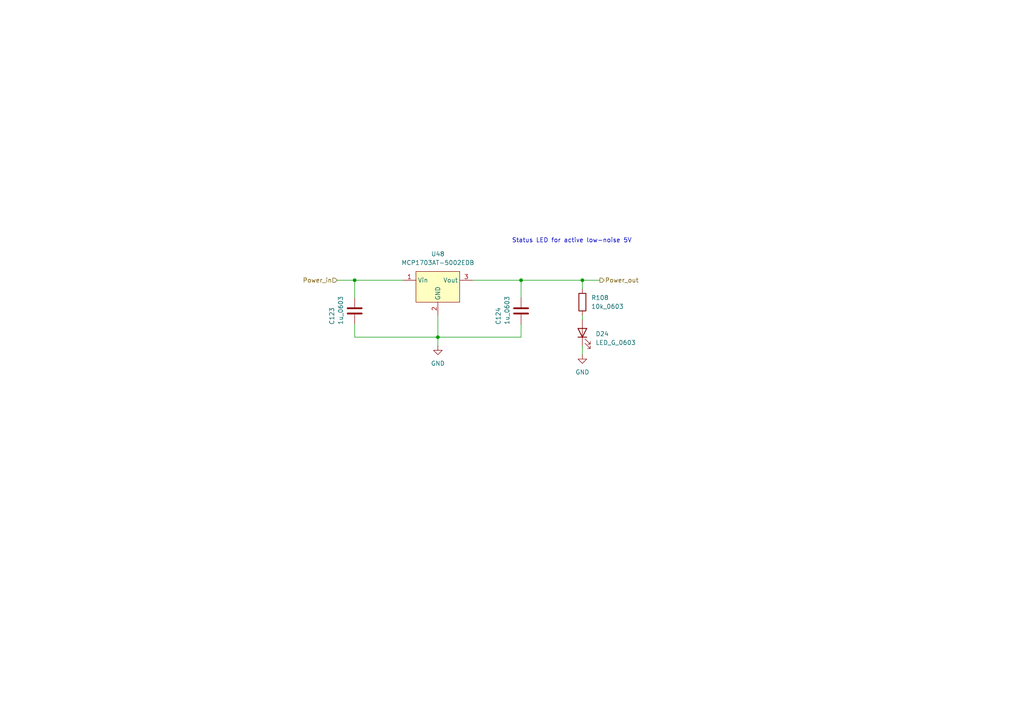
<source format=kicad_sch>
(kicad_sch (version 20250114) (generator "eeschema") (generator_version "9.0")
  (paper "A4")
  (lib_symbols
    (symbol "MYLIB_Misc:MCP1703AT_5002"
      (property "Reference" "U" (at 0 6.604 0))
      (property "Value" "MCP1703AT-5002EDB" (at 0 4.318 0))
      (symbol "MCP1703AT_5002_1_1"
        (rectangle (start -6.35 2.54) (end 6.35 -6.35) (fill (type background)))
        (pin power_in line (at -10.16 0 0) (length 3.81) (name "Vin") (number "1"))
        (pin power_in line (at 0 -10.16 90) (length 3.81) (name "GND") (number "2"))
        (pin power_in line (at 0 -10.16 90) (length 3.81) (hide yes) (name "GND") (number "4"))
        (pin power_out line (at 10.16 0 180) (length 3.81) (name "Vout") (number "3"))
      )
    )
    (symbol "WLIB_C:1u_0603" (pin_numbers (hide yes)) (pin_names (offset 0.254))
      (property "Reference" "C" (at 0.635 2.54 0))
      (property "Value" "1u_0603" (at 0.635 -2.54 0))
      (symbol "1u_0603_0_1"
        (polyline (pts (xy -2.032 0.762) (xy 2.032 0.762)) (stroke (width 0.508)))
        (polyline (pts (xy -2.032 -0.762) (xy 2.032 -0.762)) (stroke (width 0.508)))
      )
      (symbol "1u_0603_1_1"
        (pin passive line (at 0 3.81 270) (length 2.794) (name "~") (number "1"))
        (pin passive line (at 0 -3.81 90) (length 2.794) (name "~") (number "2"))
      )
    )
    (symbol "WLIB_D:LED_G_0603" (pin_numbers (hide yes)) (pin_names (offset 1.016) (hide yes))
      (property "Reference" "D" (at 0 2.54 0))
      (property "Value" "LED_G_0603" (at 0 -3.81 0))
      (symbol "LED_G_0603_0_1"
        (polyline (pts (xy -3.048 -0.762) (xy -4.572 -2.286) (xy -3.81 -2.286) (xy -4.572 -2.286) (xy -4.572 -1.524)))
        (polyline (pts (xy -1.778 -0.762) (xy -3.302 -2.286) (xy -2.54 -2.286) (xy -3.302 -2.286) (xy -3.302 -1.524)))
        (polyline (pts (xy -1.27 0) (xy 1.27 0)))
        (polyline (pts (xy -1.27 -1.27) (xy -1.27 1.27)) (stroke (width 0.254)))
        (polyline (pts (xy 1.27 -1.27) (xy 1.27 1.27) (xy -1.27 0) (xy 1.27 -1.27)) (stroke (width 0.254)))
      )
      (symbol "LED_G_0603_1_1"
        (pin passive line (at -3.81 0 0) (length 2.54) (name "K") (number "1"))
        (pin passive line (at 3.81 0 180) (length 2.54) (name "A") (number "2"))
      )
    )
    (symbol "WLIB_R:10k_0603" (pin_numbers (hide yes)) (pin_names (offset 0))
      (property "Reference" "R" (at 2.032 0 90))
      (property "Value" "10k_0603" (at -2.54 0 90))
      (symbol "10k_0603_0_1"
        (rectangle (start -1.016 -2.54) (end 1.016 2.54) (stroke (width 0.254)))
      )
      (symbol "10k_0603_1_1"
        (pin passive line (at 0 3.81 270) (length 1.27) (name "~") (number "1"))
        (pin passive line (at 0 -3.81 90) (length 1.27) (name "~") (number "2"))
      )
    )
    (symbol "power:GND" (power) (pin_numbers (hide yes)) (pin_names (offset 0) (hide yes))
      (property "Value" "GND" (at 0 -3.81 0))
      (symbol "GND_0_1"
        (polyline (pts (xy 0 0) (xy 0 -1.27) (xy 1.27 -1.27) (xy 0 -2.54) (xy -1.27 -1.27) (xy 0 -1.27)))
      )
      (symbol "GND_1_1"
        (pin power_in line (at 0 0 270) (length 0) (name "~") (number "1"))
      )
    )
  )
  (text "Status LED for active low-noise 5V" (at 165.862 69.85 0) (effects (font (size 1.27 1.27))))
  (junction (at 168.91 81.28))
  (junction (at 151.13 81.28))
  (junction (at 102.87 81.28))
  (junction (at 127 97.79))
  (wire (pts (xy 168.91 83.82) (xy 168.91 81.28)))
  (wire (pts (xy 168.91 81.28) (xy 173.99 81.28)))
  (wire (pts (xy 168.91 100.33) (xy 168.91 102.87)))
  (wire (pts (xy 102.87 97.79) (xy 102.87 93.98)))
  (wire (pts (xy 102.87 81.28) (xy 102.87 86.36)))
  (wire (pts (xy 137.16 81.28) (xy 151.13 81.28)))
  (wire (pts (xy 151.13 93.98) (xy 151.13 97.79)))
  (wire (pts (xy 151.13 81.28) (xy 151.13 86.36)))
  (wire (pts (xy 102.87 81.28) (xy 116.84 81.28)))
  (wire (pts (xy 127 97.79) (xy 127 100.33)))
  (wire (pts (xy 151.13 81.28) (xy 168.91 81.28)))
  (wire (pts (xy 102.87 97.79) (xy 127 97.79)))
  (wire (pts (xy 151.13 97.79) (xy 127 97.79)))
  (wire (pts (xy 97.79 81.28) (xy 102.87 81.28)))
  (wire (pts (xy 168.91 91.44) (xy 168.91 92.71)))
  (wire (pts (xy 127 91.44) (xy 127 97.79)))
  (hierarchical_label "Power_in" (shape input) (at 97.79 81.28 180))
  (hierarchical_label "Power_out" (shape output) (at 173.99 81.28 0))
  (symbol (lib_id "MYLIB_Misc:MCP1703AT_5002") (at 127 81.28 0) (unit 1)
    (property "Reference" "U48" (at 127 73.66 0))
    (property "Value" "MCP1703AT-5002EDB" (at 127 76.2 0))
    (property "Footprint" "Package_TO_SOT_SMD:SOT-223" (effects (hide yes)))
    (property "Datasheet" "https://ww1.microchip.com/downloads/en/DeviceDoc/22049f.pdf" (effects (hide yes)))
    (property "Description" "CMOS low dropout (LDO) voltage regulators that can deliver up to 250 mA of current while consuming only 2.0 μA of quiescent current (typical)" (effects (hide yes)))
    (property "Mouser nr" "579-MCP1703AT5002EDB " (effects (hide yes)))
    (instances (project "FPGA_Board_BA" (path "" (reference "U48") (unit 1)) (path "" (reference "U9") (unit 1))))
  )
  (symbol (lib_id "WLIB_C:1u_0603") (at 102.87 90.17 0) (unit 1)
    (property "Reference" "C123" (at 96.266 94.234 90) (effects (justify left)))
    (property "Value" "1u_0603" (at 98.806 94.234 90) (effects (justify left)))
    (property "Footprint" "WLIB_Capacitor:C_0603" (effects (hide yes)))
    (property "Datasheet" "https://www.farnell.com/datasheets/2710598.pdf" (effects (hide yes)))
    (property "Description" "Unpolarized capacitor SMD MLCC" (effects (hide yes)))
    (property "FARNELL" "3013414" (effects (hide yes)))
    (property "VDC" "25V" (effects (hide yes)))
    (property "JLCPCB" "C513775" (effects (hide yes)))
    (instances (project "FPGA_Board_BA" (path "" (reference "C123") (unit 1)) (path "" (reference "C50") (unit 1))))
  )
  (symbol (lib_id "WLIB_D:LED_G_0603") (at 168.91 96.52 90) (unit 1)
    (property "Reference" "D24" (at 172.72 96.8374 90) (effects (justify right)))
    (property "Value" "LED_G_0603" (at 172.72 99.3774 90) (effects (justify right)))
    (property "Footprint" "LED_SMD:LED_0603_1608Metric" (effects (hide yes)))
    (property "Datasheet" "https://www.farnell.com/datasheets/2068423.pdf" (effects (hide yes)))
    (property "Description" "Light emitting diode" (effects (hide yes)))
    (property "FARNELL" "2610409" (effects (hide yes)))
    (property "Max DC Current" "25mA" (effects (hide yes)))
    (property "Forward Voltage" "2.65 V @ 2mA" (effects (hide yes)))
    (property "JLCPCB" "C965805" (effects (hide yes)))
    (instances (project "FPGA_Board_BA" (path "" (reference "D24") (unit 1)) (path "" (reference "D9") (unit 1))))
  )
  (symbol (lib_id "power:GND") (at 127 100.33 0) (unit 1)
    (property "Reference" "#PWR053" (effects (hide yes)))
    (property "Value" "GND" (at 127 105.41 0))
    (property "Description" "Power symbol creates a global label with name \"GND\" , ground" (effects (hide yes)))
    (instances (project "FPGA_Board_BA" (path "" (reference "#PWR053") (unit 1)) (path "" (reference "#PWR065") (unit 1))))
  )
  (symbol (lib_id "WLIB_R:10k_0603") (at 168.91 87.63 0) (unit 1)
    (property "Reference" "R108" (at 171.45 86.3599 0) (effects (justify left)))
    (property "Value" "10k_0603" (at 171.45 88.8999 0) (effects (justify left)))
    (property "Footprint" "Resistor_SMD:R_0603_1608Metric" (effects (hide yes)))
    (property "Datasheet" "https://www.farnell.com/datasheets/2860681.pdf" (effects (hide yes)))
    (property "Description" "Resistor" (effects (hide yes)))
    (property "FARNELL" "2447230" (effects (hide yes)))
    (property "Rated Power" "100mW" (effects (hide yes)))
    (property "JLCPCB" "C25804" (effects (hide yes)))
    (instances (project "FPGA_Board_BA" (path "" (reference "R108") (unit 1)) (path "" (reference "R47") (unit 1))))
  )
  (symbol (lib_id "WLIB_C:1u_0603") (at 151.13 90.17 0) (unit 1)
    (property "Reference" "C124" (at 144.526 94.234 90) (effects (justify left)))
    (property "Value" "1u_0603" (at 147.066 94.234 90) (effects (justify left)))
    (property "Footprint" "WLIB_Capacitor:C_0603" (effects (hide yes)))
    (property "Datasheet" "https://www.farnell.com/datasheets/2710598.pdf" (effects (hide yes)))
    (property "Description" "Unpolarized capacitor SMD MLCC" (effects (hide yes)))
    (property "FARNELL" "3013414" (effects (hide yes)))
    (property "VDC" "25V" (effects (hide yes)))
    (property "JLCPCB" "C513775" (effects (hide yes)))
    (instances (project "FPGA_Board_BA" (path "" (reference "C124") (unit 1)) (path "" (reference "C51") (unit 1))))
  )
  (symbol (lib_id "power:GND") (at 168.91 102.87 0) (unit 1)
    (property "Reference" "#PWR059" (effects (hide yes)))
    (property "Value" "GND" (at 168.91 107.95 0))
    (property "Description" "Power symbol creates a global label with name \"GND\" , ground" (effects (hide yes)))
    (instances (project "FPGA_Board_BA" (path "" (reference "#PWR059") (unit 1)) (path "" (reference "#PWR068") (unit 1))))
  )
)
</source>
